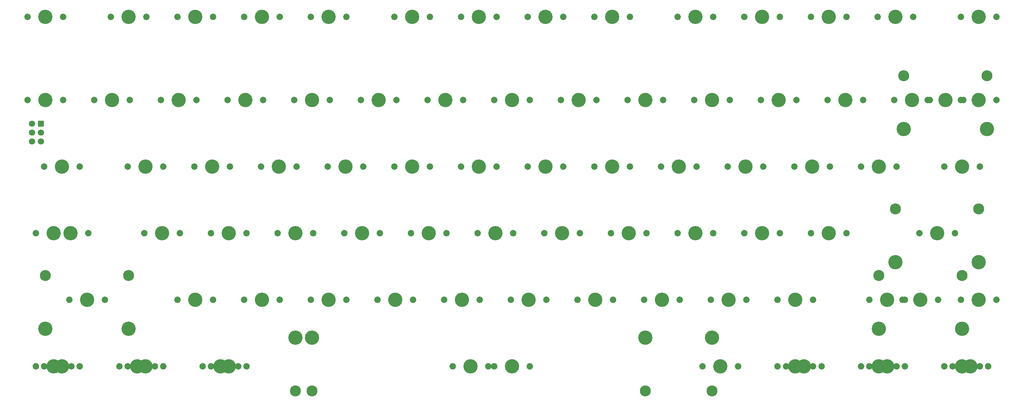
<source format=gts>
G04 #@! TF.GenerationSoftware,KiCad,Pcbnew,(5.1.4)-1*
G04 #@! TF.CreationDate,2021-10-30T23:29:11+08:00*
G04 #@! TF.ProjectId,bakeneko-60-pcb,62616b65-6e65-46b6-9f2d-36302d706362,rev?*
G04 #@! TF.SameCoordinates,Original*
G04 #@! TF.FileFunction,Soldermask,Top*
G04 #@! TF.FilePolarity,Negative*
%FSLAX46Y46*%
G04 Gerber Fmt 4.6, Leading zero omitted, Abs format (unit mm)*
G04 Created by KiCad (PCBNEW (5.1.4)-1) date 2021-10-30 23:29:11*
%MOMM*%
%LPD*%
G04 APERTURE LIST*
%ADD10C,4.087800*%
%ADD11C,1.850000*%
%ADD12C,3.148000*%
%ADD13R,1.800000X1.800000*%
%ADD14C,1.800000*%
G04 APERTURE END LIST*
D10*
X266700000Y23812500D03*
D11*
X261620000Y23812500D03*
X271780000Y23812500D03*
D10*
X242887500Y23812500D03*
D11*
X237807500Y23812500D03*
X247967500Y23812500D03*
D10*
X223837500Y23812500D03*
D11*
X218757500Y23812500D03*
X228917500Y23812500D03*
D10*
X204787500Y23812500D03*
D11*
X199707500Y23812500D03*
X209867500Y23812500D03*
D10*
X185737500Y23812500D03*
D11*
X180657500Y23812500D03*
X190817500Y23812500D03*
D10*
X161925000Y23812500D03*
D11*
X156845000Y23812500D03*
X167005000Y23812500D03*
D10*
X142875000Y23812500D03*
D11*
X137795000Y23812500D03*
X147955000Y23812500D03*
D10*
X123825000Y23812500D03*
D11*
X118745000Y23812500D03*
X128905000Y23812500D03*
D10*
X104775000Y23812500D03*
D11*
X99695000Y23812500D03*
X109855000Y23812500D03*
D10*
X80962500Y23812500D03*
D11*
X75882500Y23812500D03*
X86042500Y23812500D03*
D10*
X61912500Y23812500D03*
D11*
X56832500Y23812500D03*
X66992500Y23812500D03*
D10*
X42862500Y23812500D03*
D11*
X37782500Y23812500D03*
X47942500Y23812500D03*
D10*
X23812500Y23812500D03*
D11*
X18732500Y23812500D03*
X28892500Y23812500D03*
D10*
X0Y23812500D03*
D11*
X-5080000Y23812500D03*
X5080000Y23812500D03*
X33655000Y-19050000D03*
X23495000Y-19050000D03*
D10*
X28575000Y-19050000D03*
D11*
X52705000Y-19050000D03*
X42545000Y-19050000D03*
D10*
X47625000Y-19050000D03*
D11*
X267017500Y-76200000D03*
X256857500Y-76200000D03*
D10*
X261937500Y-76200000D03*
D11*
X243205000Y-76200000D03*
X233045000Y-76200000D03*
D10*
X238125000Y-76200000D03*
X190500000Y-67945000D03*
X76200000Y-67945000D03*
D12*
X190500000Y-83185000D03*
X76200000Y-83185000D03*
D11*
X138430000Y-76200000D03*
X128270000Y-76200000D03*
D10*
X133350000Y-76200000D03*
D11*
X57467500Y-76200000D03*
X47307500Y-76200000D03*
D10*
X52387500Y-76200000D03*
D11*
X33655000Y-76200000D03*
X23495000Y-76200000D03*
D10*
X28575000Y-76200000D03*
D11*
X9842500Y-76200000D03*
X-317500Y-76200000D03*
D10*
X4762500Y-76200000D03*
D11*
X269398750Y-76200000D03*
X259238750Y-76200000D03*
D10*
X264318750Y-76200000D03*
D11*
X245586250Y-76200000D03*
X235426250Y-76200000D03*
D10*
X240506250Y-76200000D03*
D11*
X221773750Y-76200000D03*
X211613750Y-76200000D03*
D10*
X216693750Y-76200000D03*
D11*
X197961250Y-76200000D03*
X187801250Y-76200000D03*
D10*
X192881250Y-76200000D03*
X261937500Y-65405000D03*
X238125000Y-65405000D03*
D12*
X261937500Y-50165000D03*
X238125000Y-50165000D03*
D11*
X255111250Y-57150000D03*
X244951250Y-57150000D03*
D10*
X250031250Y-57150000D03*
D11*
X200342500Y-57150000D03*
X190182500Y-57150000D03*
D10*
X195262500Y-57150000D03*
D11*
X152717500Y-38100000D03*
X142557500Y-38100000D03*
D10*
X147637500Y-38100000D03*
D11*
X57467500Y-38100000D03*
X47307500Y-38100000D03*
D10*
X52387500Y-38100000D03*
D11*
X186055000Y-19050000D03*
X175895000Y-19050000D03*
D10*
X180975000Y-19050000D03*
D11*
X109855000Y-19050000D03*
X99695000Y-19050000D03*
D10*
X104775000Y-19050000D03*
D11*
X233680000Y0D03*
X223520000Y0D03*
D10*
X228600000Y0D03*
D11*
X138430000Y0D03*
X128270000Y0D03*
D10*
X133350000Y0D03*
D11*
X100330000Y0D03*
X90170000Y0D03*
D10*
X95250000Y0D03*
D11*
X81280000Y0D03*
X71120000Y0D03*
D10*
X76200000Y0D03*
D11*
X219392500Y-76200000D03*
X209232500Y-76200000D03*
D10*
X214312500Y-76200000D03*
X171443650Y-67945000D03*
X71443850Y-67945000D03*
D12*
X171443650Y-83185000D03*
X71443850Y-83185000D03*
D11*
X126523750Y-76200000D03*
X116363750Y-76200000D03*
D10*
X121443750Y-76200000D03*
D11*
X55086250Y-76200000D03*
X44926250Y-76200000D03*
D10*
X50006250Y-76200000D03*
D11*
X31273750Y-76200000D03*
X21113750Y-76200000D03*
D10*
X26193750Y-76200000D03*
D11*
X7461250Y-76200000D03*
X-2698750Y-76200000D03*
D10*
X2381250Y-76200000D03*
D11*
X271780000Y-57150000D03*
X261620000Y-57150000D03*
D10*
X266700000Y-57150000D03*
D11*
X245586250Y-57150000D03*
X235426250Y-57150000D03*
D10*
X240506250Y-57150000D03*
D11*
X219392500Y-57150000D03*
X209232500Y-57150000D03*
D10*
X214312500Y-57150000D03*
D11*
X181292500Y-57150000D03*
X171132500Y-57150000D03*
D10*
X176212500Y-57150000D03*
D11*
X162242500Y-57150000D03*
X152082500Y-57150000D03*
D10*
X157162500Y-57150000D03*
D11*
X143192500Y-57150000D03*
X133032500Y-57150000D03*
D10*
X138112500Y-57150000D03*
D11*
X124142500Y-57150000D03*
X113982500Y-57150000D03*
D10*
X119062500Y-57150000D03*
D11*
X105092500Y-57150000D03*
X94932500Y-57150000D03*
D10*
X100012500Y-57150000D03*
D11*
X86042500Y-57150000D03*
X75882500Y-57150000D03*
D10*
X80962500Y-57150000D03*
D11*
X66992500Y-57150000D03*
X56832500Y-57150000D03*
D10*
X61912500Y-57150000D03*
D11*
X47942500Y-57150000D03*
X37782500Y-57150000D03*
D10*
X42862500Y-57150000D03*
X23812500Y-65405000D03*
X0Y-65405000D03*
D12*
X23812500Y-50165000D03*
X0Y-50165000D03*
D11*
X16986250Y-57150000D03*
X6826250Y-57150000D03*
D10*
X11906250Y-57150000D03*
X266700000Y-46355000D03*
X242887500Y-46355000D03*
D12*
X266700000Y-31115000D03*
X242887500Y-31115000D03*
D11*
X259873750Y-38100000D03*
X249713750Y-38100000D03*
D10*
X254793750Y-38100000D03*
D11*
X228917500Y-38100000D03*
X218757500Y-38100000D03*
D10*
X223837500Y-38100000D03*
D11*
X209867500Y-38100000D03*
X199707500Y-38100000D03*
D10*
X204787500Y-38100000D03*
D11*
X190817500Y-38100000D03*
X180657500Y-38100000D03*
D10*
X185737500Y-38100000D03*
D11*
X171767500Y-38100000D03*
X161607500Y-38100000D03*
D10*
X166687500Y-38100000D03*
D11*
X133667500Y-38100000D03*
X123507500Y-38100000D03*
D10*
X128587500Y-38100000D03*
D11*
X114617500Y-38100000D03*
X104457500Y-38100000D03*
D10*
X109537500Y-38100000D03*
D11*
X95567500Y-38100000D03*
X85407500Y-38100000D03*
D10*
X90487500Y-38100000D03*
D11*
X76517500Y-38100000D03*
X66357500Y-38100000D03*
D10*
X71437500Y-38100000D03*
D11*
X38417500Y-38100000D03*
X28257500Y-38100000D03*
D10*
X33337500Y-38100000D03*
D11*
X12223750Y-38100000D03*
X2063750Y-38100000D03*
D10*
X7143750Y-38100000D03*
D11*
X7461250Y-38100000D03*
X-2698750Y-38100000D03*
D10*
X2381250Y-38100000D03*
D11*
X267017500Y-19050000D03*
X256857500Y-19050000D03*
D10*
X261937500Y-19050000D03*
D11*
X243205000Y-19050000D03*
X233045000Y-19050000D03*
D10*
X238125000Y-19050000D03*
D11*
X224155000Y-19050000D03*
X213995000Y-19050000D03*
D10*
X219075000Y-19050000D03*
D11*
X205105000Y-19050000D03*
X194945000Y-19050000D03*
D10*
X200025000Y-19050000D03*
D11*
X167005000Y-19050000D03*
X156845000Y-19050000D03*
D10*
X161925000Y-19050000D03*
D11*
X147955000Y-19050000D03*
X137795000Y-19050000D03*
D10*
X142875000Y-19050000D03*
D11*
X128905000Y-19050000D03*
X118745000Y-19050000D03*
D10*
X123825000Y-19050000D03*
D11*
X90805000Y-19050000D03*
X80645000Y-19050000D03*
D10*
X85725000Y-19050000D03*
D11*
X71755000Y-19050000D03*
X61595000Y-19050000D03*
D10*
X66675000Y-19050000D03*
D11*
X9842500Y-19050000D03*
X-317500Y-19050000D03*
D10*
X4762500Y-19050000D03*
X269081250Y-8255000D03*
X245268750Y-8255000D03*
D12*
X269081250Y6985000D03*
X245268750Y6985000D03*
D11*
X262255000Y0D03*
X252095000Y0D03*
D10*
X257175000Y0D03*
D11*
X271780000Y0D03*
X261620000Y0D03*
D10*
X266700000Y0D03*
D11*
X252730000Y0D03*
X242570000Y0D03*
D10*
X247650000Y0D03*
D11*
X214630000Y0D03*
X204470000Y0D03*
D10*
X209550000Y0D03*
D11*
X195580000Y0D03*
X185420000Y0D03*
D10*
X190500000Y0D03*
D11*
X176530000Y0D03*
X166370000Y0D03*
D10*
X171450000Y0D03*
D11*
X157480000Y0D03*
X147320000Y0D03*
D10*
X152400000Y0D03*
D11*
X119380000Y0D03*
X109220000Y0D03*
D10*
X114300000Y0D03*
D11*
X62230000Y0D03*
X52070000Y0D03*
D10*
X57150000Y0D03*
D11*
X43180000Y0D03*
X33020000Y0D03*
D10*
X38100000Y0D03*
D11*
X24130000Y0D03*
X13970000Y0D03*
D10*
X19050000Y0D03*
X0Y0D03*
D11*
X-5080000Y0D03*
X5080000Y0D03*
D13*
X-1270000Y-6727501D03*
D14*
X-3810000Y-6727501D03*
X-1270000Y-9267501D03*
X-3810000Y-9267501D03*
X-1270000Y-11807501D03*
X-3810000Y-11807501D03*
M02*

</source>
